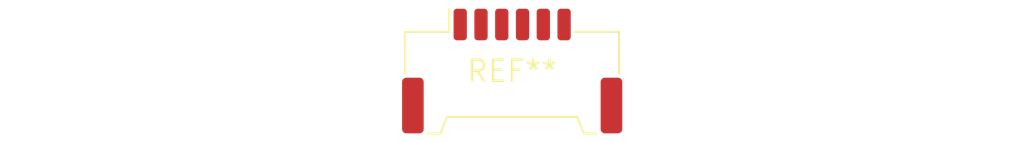
<source format=kicad_pcb>
(kicad_pcb (version 20240108) (generator pcbnew)
  (layers (0 "F.Cu" signal) (31 "B.Cu" signal) (34 "B.Paste" user) (35 "F.Paste" user) (36 "B.SilkS" user "B.Silkscreen") (37 "F.SilkS" user "F.Silkscreen") (38 "B.Mask" user) (39 "F.Mask" user) (44 "Edge.Cuts" user))
  (net 0 "")
  (footprint "Molex_Panelmate_53780-0670_1x06-1MP_P1.25mm_Horizontal" (layer "F.Cu") (at 0 0)
    (property "Reference" "REF**")
    (property "Value" "Molex_Panelmate_53780-0670_1x06-1MP_P1.25mm_Horizontal")
    (fp_line (start -6.435 -2.36) (end -3.785 -2.36) (layer "F.SilkS") (stroke (width 0.12)))
    (fp_line (start -6.435 0.14) (end -6.435 -2.36) (layer "F.SilkS") (stroke (width 0.12)))
    (fp_line (start -5.065 3.76) (end -4.315 3.76) (layer "F.SilkS") (stroke (width 0.12)))
    (fp_line (start -4.315 3.76) (end -3.915 2.76) (layer "F.SilkS") (stroke (width 0.12)))
    (fp_line (start -3.915 2.76) (end 3.915 2.76) (layer "F.SilkS") (stroke (width 0.12)))
    (fp_line (start -3.785 -2.36) (end -3.785 -3.75) (layer "F.SilkS") (stroke (width 0.12)))
    (fp_line (start 3.915 2.76) (end 4.315 3.76) (layer "F.SilkS") (stroke (width 0.12)))
    (fp_line (start 4.315 3.76) (end 5.065 3.76) (layer "F.SilkS") (stroke (width 0.12)))
    (fp_line (start 6.435 -2.36) (end 3.785 -2.36) (layer "F.SilkS") (stroke (width 0.12)))
    (fp_line (start 6.435 0.14) (end 6.435 -2.36) (layer "F.SilkS") (stroke (width 0.12)))
    (pad "1" smd roundrect (at -3.125 -2.8) (size 0.8 1.9) (layers "F.Cu" "F.Paste" "F.Mask"))
    (pad "2" smd roundrect (at -1.875 -2.8) (size 0.8 1.9) (layers "F.Cu" "F.Paste" "F.Mask"))
    (pad "3" smd roundrect (at -0.625 -2.8) (size 0.8 1.9) (layers "F.Cu" "F.Paste" "F.Mask"))
    (pad "4" smd roundrect (at 0.625 -2.8) (size 0.8 1.9) (layers "F.Cu" "F.Paste" "F.Mask"))
    (pad "5" smd roundrect (at 1.875 -2.8) (size 0.8 1.9) (layers "F.Cu" "F.Paste" "F.Mask"))
    (pad "6" smd roundrect (at 3.125 -2.8) (size 0.8 1.9) (layers "F.Cu" "F.Paste" "F.Mask"))
    (pad "MP" smd roundrect (at -5.975 2.075) (size 1.3 3.35) (layers "F.Cu" "F.Paste" "F.Mask") (roundrect_rratio 0.192308))
    (pad "MP" smd roundrect (at 5.975 2.075) (size 1.3 3.35) (layers "F.Cu" "F.Paste" "F.Mask") (roundrect_rratio 0.192308))
  )
)
</source>
